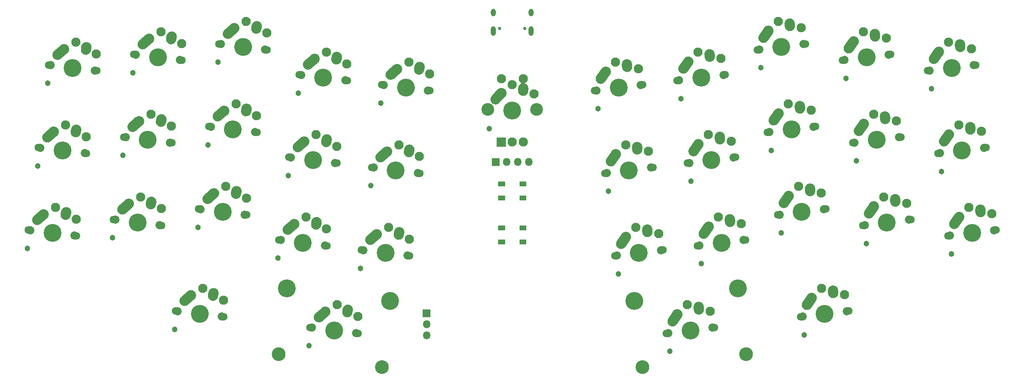
<source format=gbr>
G04 #@! TF.GenerationSoftware,KiCad,Pcbnew,(5.1.10-1-10_14)*
G04 #@! TF.CreationDate,2021-09-21T06:26:05-05:00*
G04 #@! TF.ProjectId,LeChiffre,4c654368-6966-4667-9265-2e6b69636164,rev?*
G04 #@! TF.SameCoordinates,Original*
G04 #@! TF.FileFunction,Soldermask,Top*
G04 #@! TF.FilePolarity,Negative*
%FSLAX46Y46*%
G04 Gerber Fmt 4.6, Leading zero omitted, Abs format (unit mm)*
G04 Created by KiCad (PCBNEW (5.1.10-1-10_14)) date 2021-09-21 06:26:05*
%MOMM*%
%LPD*%
G01*
G04 APERTURE LIST*
%ADD10C,2.102000*%
%ADD11C,2.902000*%
%ADD12C,1.302000*%
%ADD13C,1.802000*%
%ADD14C,1.852000*%
%ADD15C,2.352000*%
%ADD16C,4.089800*%
%ADD17O,1.802000X1.802000*%
%ADD18C,3.150000*%
%ADD19C,0.752000*%
%ADD20O,1.102000X2.202000*%
%ADD21O,1.102000X1.702000*%
%ADD22C,0.100000*%
G04 APERTURE END LIST*
G36*
G01*
X136565000Y-68491000D02*
X134565000Y-68491000D01*
G75*
G02*
X134514000Y-68440000I0J51000D01*
G01*
X134514000Y-66440000D01*
G75*
G02*
X134565000Y-66389000I51000J0D01*
G01*
X136565000Y-66389000D01*
G75*
G02*
X136616000Y-66440000I0J-51000D01*
G01*
X136616000Y-68440000D01*
G75*
G02*
X136565000Y-68491000I-51000J0D01*
G01*
G37*
D10*
X138065000Y-67440000D03*
X140565000Y-67440000D03*
D11*
X132465000Y-59940000D03*
X143665000Y-59940000D03*
D10*
X135565000Y-52940000D03*
X140565000Y-52940000D03*
D12*
X132845000Y-64390000D03*
D13*
X143565000Y-60190000D03*
X132565000Y-60190000D03*
D10*
X138065000Y-54290000D03*
X143065000Y-56390000D03*
D14*
X143145000Y-60190000D03*
X132985000Y-60190000D03*
D15*
X135565000Y-56190000D03*
D16*
X138065000Y-60190000D03*
G36*
G01*
X133469629Y-58525310D02*
X133469629Y-58525310D01*
G75*
G02*
X133379690Y-56864629I785371J875310D01*
G01*
X134689680Y-55404621D01*
G75*
G02*
X136350361Y-55314682I875310J-785371D01*
G01*
X136350361Y-55314682D01*
G75*
G02*
X136440300Y-56975363I-785371J-875310D01*
G01*
X135130310Y-58435371D01*
G75*
G02*
X133469629Y-58525310I-875310J785371D01*
G01*
G37*
D15*
X140605000Y-55110000D03*
G36*
G01*
X140485014Y-56863277D02*
X140485014Y-56863277D01*
G75*
G02*
X139391723Y-55610014I79986J1173277D01*
G01*
X139431265Y-55029982D01*
G75*
G02*
X140684528Y-53936691I1173277J-79986D01*
G01*
X140684528Y-53936691D01*
G75*
G02*
X141777819Y-55189954I-79986J-1173277D01*
G01*
X141738277Y-55769986D01*
G75*
G02*
X140485014Y-56863277I-1173277J79986D01*
G01*
G37*
G36*
G01*
X134814000Y-87570000D02*
X134814000Y-86570000D01*
G75*
G02*
X134865000Y-86519000I51000J0D01*
G01*
X136365000Y-86519000D01*
G75*
G02*
X136416000Y-86570000I0J-51000D01*
G01*
X136416000Y-87570000D01*
G75*
G02*
X136365000Y-87621000I-51000J0D01*
G01*
X134865000Y-87621000D01*
G75*
G02*
X134814000Y-87570000I0J51000D01*
G01*
G37*
G36*
G01*
X134814000Y-90770000D02*
X134814000Y-89770000D01*
G75*
G02*
X134865000Y-89719000I51000J0D01*
G01*
X136365000Y-89719000D01*
G75*
G02*
X136416000Y-89770000I0J-51000D01*
G01*
X136416000Y-90770000D01*
G75*
G02*
X136365000Y-90821000I-51000J0D01*
G01*
X134865000Y-90821000D01*
G75*
G02*
X134814000Y-90770000I0J51000D01*
G01*
G37*
G36*
G01*
X139714000Y-87570000D02*
X139714000Y-86570000D01*
G75*
G02*
X139765000Y-86519000I51000J0D01*
G01*
X141265000Y-86519000D01*
G75*
G02*
X141316000Y-86570000I0J-51000D01*
G01*
X141316000Y-87570000D01*
G75*
G02*
X141265000Y-87621000I-51000J0D01*
G01*
X139765000Y-87621000D01*
G75*
G02*
X139714000Y-87570000I0J51000D01*
G01*
G37*
G36*
G01*
X139714000Y-90770000D02*
X139714000Y-89770000D01*
G75*
G02*
X139765000Y-89719000I51000J0D01*
G01*
X141265000Y-89719000D01*
G75*
G02*
X141316000Y-89770000I0J-51000D01*
G01*
X141316000Y-90770000D01*
G75*
G02*
X141265000Y-90821000I-51000J0D01*
G01*
X139765000Y-90821000D01*
G75*
G02*
X139714000Y-90770000I0J51000D01*
G01*
G37*
G36*
G01*
X134814000Y-77540000D02*
X134814000Y-76540000D01*
G75*
G02*
X134865000Y-76489000I51000J0D01*
G01*
X136365000Y-76489000D01*
G75*
G02*
X136416000Y-76540000I0J-51000D01*
G01*
X136416000Y-77540000D01*
G75*
G02*
X136365000Y-77591000I-51000J0D01*
G01*
X134865000Y-77591000D01*
G75*
G02*
X134814000Y-77540000I0J51000D01*
G01*
G37*
G36*
G01*
X134814000Y-80740000D02*
X134814000Y-79740000D01*
G75*
G02*
X134865000Y-79689000I51000J0D01*
G01*
X136365000Y-79689000D01*
G75*
G02*
X136416000Y-79740000I0J-51000D01*
G01*
X136416000Y-80740000D01*
G75*
G02*
X136365000Y-80791000I-51000J0D01*
G01*
X134865000Y-80791000D01*
G75*
G02*
X134814000Y-80740000I0J51000D01*
G01*
G37*
G36*
G01*
X139714000Y-77540000D02*
X139714000Y-76540000D01*
G75*
G02*
X139765000Y-76489000I51000J0D01*
G01*
X141265000Y-76489000D01*
G75*
G02*
X141316000Y-76540000I0J-51000D01*
G01*
X141316000Y-77540000D01*
G75*
G02*
X141265000Y-77591000I-51000J0D01*
G01*
X139765000Y-77591000D01*
G75*
G02*
X139714000Y-77540000I0J51000D01*
G01*
G37*
G36*
G01*
X139714000Y-80740000D02*
X139714000Y-79740000D01*
G75*
G02*
X139765000Y-79689000I51000J0D01*
G01*
X141265000Y-79689000D01*
G75*
G02*
X141316000Y-79740000I0J-51000D01*
G01*
X141316000Y-80740000D01*
G75*
G02*
X141265000Y-80791000I-51000J0D01*
G01*
X139765000Y-80791000D01*
G75*
G02*
X139714000Y-80740000I0J51000D01*
G01*
G37*
D12*
X157742537Y-59793318D03*
D13*
X167870781Y-54318185D03*
X156952773Y-55658747D03*
D10*
X161692748Y-49132444D03*
X166911404Y-50607444D03*
D14*
X167453911Y-54369370D03*
X157369643Y-55607562D03*
D15*
X159442934Y-51322955D03*
D16*
X162411777Y-54988466D03*
G36*
G01*
X157647784Y-53896220D02*
X157647784Y-53896220D01*
G75*
G02*
X157356129Y-52258877I672844J964499D01*
G01*
X158478425Y-50650103D01*
G75*
G02*
X160115768Y-50358448I964499J-672844D01*
G01*
X160115768Y-50358448D01*
G75*
G02*
X160407423Y-51995791I-672844J-964499D01*
G01*
X159285127Y-53604565D01*
G75*
G02*
X157647784Y-53896220I-964499J672844D01*
G01*
G37*
D15*
X164313748Y-49636783D03*
G36*
G01*
X164408327Y-51391614D02*
X164408327Y-51391614D01*
G75*
G02*
X163170451Y-50280932I-63597J1174279D01*
G01*
X163139011Y-49700404D01*
G75*
G02*
X164249693Y-48462528I1174279J63597D01*
G01*
X164249693Y-48462528D01*
G75*
G02*
X165487569Y-49573210I63597J-1174279D01*
G01*
X165519009Y-50153738D01*
G75*
G02*
X164408327Y-51391614I-1174279J-63597D01*
G01*
G37*
D17*
X118470000Y-111720000D03*
X118470000Y-109180000D03*
G36*
G01*
X117569000Y-107490000D02*
X117569000Y-105790000D01*
G75*
G02*
X117620000Y-105739000I51000J0D01*
G01*
X119320000Y-105739000D01*
G75*
G02*
X119371000Y-105790000I0J-51000D01*
G01*
X119371000Y-107490000D01*
G75*
G02*
X119320000Y-107541000I-51000J0D01*
G01*
X117620000Y-107541000D01*
G75*
G02*
X117569000Y-107490000I0J51000D01*
G01*
G37*
D18*
X167832853Y-118939484D03*
D16*
X165975565Y-103813081D03*
D18*
X191530885Y-116029732D03*
D16*
X189673597Y-100903328D03*
D12*
X174161372Y-115356525D03*
D13*
X184289616Y-109881392D03*
X173371608Y-111221954D03*
D10*
X178111583Y-104695651D03*
X183330239Y-106170651D03*
D14*
X183872746Y-109932577D03*
X173788478Y-111170769D03*
D15*
X175861769Y-106886162D03*
D16*
X178830612Y-110551673D03*
G36*
G01*
X174066619Y-109459427D02*
X174066619Y-109459427D01*
G75*
G02*
X173774964Y-107822084I672844J964499D01*
G01*
X174897260Y-106213310D01*
G75*
G02*
X176534603Y-105921655I964499J-672844D01*
G01*
X176534603Y-105921655D01*
G75*
G02*
X176826258Y-107558998I-672844J-964499D01*
G01*
X175703962Y-109167772D01*
G75*
G02*
X174066619Y-109459427I-964499J672844D01*
G01*
G37*
D15*
X180732583Y-105199990D03*
G36*
G01*
X180827162Y-106954821D02*
X180827162Y-106954821D01*
G75*
G02*
X179589286Y-105844139I-63597J1174279D01*
G01*
X179557846Y-105263611D01*
G75*
G02*
X180668528Y-104025735I1174279J63597D01*
G01*
X180668528Y-104025735D01*
G75*
G02*
X181906404Y-105136417I63597J-1174279D01*
G01*
X181937844Y-105716945D01*
G75*
G02*
X180827162Y-106954821I-1174279J-63597D01*
G01*
G37*
D18*
X84599115Y-116029732D03*
D16*
X86456403Y-100903328D03*
D18*
X108297147Y-118939484D03*
D16*
X110154435Y-103813081D03*
D12*
X91606446Y-114084209D03*
D13*
X102758392Y-111221954D03*
X91840384Y-109881392D03*
D10*
X98018417Y-104695651D03*
X102725222Y-107389344D03*
D14*
X102341522Y-111170769D03*
X92257254Y-109932577D03*
D15*
X95305500Y-106276815D03*
D16*
X97299388Y-110551673D03*
G36*
G01*
X92941144Y-108339357D02*
X92941144Y-108339357D01*
G75*
G02*
X93054262Y-106680093I886191J773073D01*
G01*
X94532418Y-105390615D01*
G75*
G02*
X96191682Y-105503733I773073J-886191D01*
G01*
X96191682Y-105503733D01*
G75*
G02*
X96078564Y-107162997I-886191J-773073D01*
G01*
X94600408Y-108452475D01*
G75*
G02*
X92941144Y-108339357I-773073J886191D01*
G01*
G37*
D15*
X100439551Y-105819087D03*
G36*
G01*
X100106789Y-107544672D02*
X100106789Y-107544672D01*
G75*
G02*
X99174382Y-106167513I222376J1154783D01*
G01*
X99284318Y-105596623D01*
G75*
G02*
X100661477Y-104664216I1154783J-222376D01*
G01*
X100661477Y-104664216D01*
G75*
G02*
X101593884Y-106041375I-222376J-1154783D01*
G01*
X101483948Y-106612265D01*
G75*
G02*
X100106789Y-107544672I-1154783J222376D01*
G01*
G37*
D17*
X141885000Y-72000000D03*
X139345000Y-72000000D03*
X136805000Y-72000000D03*
G36*
G01*
X135115000Y-72901000D02*
X133415000Y-72901000D01*
G75*
G02*
X133364000Y-72850000I0J51000D01*
G01*
X133364000Y-71150000D01*
G75*
G02*
X133415000Y-71099000I51000J0D01*
G01*
X135115000Y-71099000D01*
G75*
G02*
X135166000Y-71150000I0J-51000D01*
G01*
X135166000Y-72850000D01*
G75*
G02*
X135115000Y-72901000I-51000J0D01*
G01*
G37*
D12*
X238598178Y-93049884D03*
D13*
X248726422Y-87574751D03*
X237808414Y-88915313D03*
D10*
X242548389Y-82389010D03*
X247767045Y-83864010D03*
D14*
X248309552Y-87625936D03*
X238225284Y-88864128D03*
D15*
X240298575Y-84579521D03*
D16*
X243267418Y-88245032D03*
G36*
G01*
X238503425Y-87152786D02*
X238503425Y-87152786D01*
G75*
G02*
X238211770Y-85515443I672844J964499D01*
G01*
X239334066Y-83906669D01*
G75*
G02*
X240971409Y-83615014I964499J-672844D01*
G01*
X240971409Y-83615014D01*
G75*
G02*
X241263064Y-85252357I-672844J-964499D01*
G01*
X240140768Y-86861131D01*
G75*
G02*
X238503425Y-87152786I-964499J672844D01*
G01*
G37*
D15*
X245169389Y-82893349D03*
G36*
G01*
X245263968Y-84648180D02*
X245263968Y-84648180D01*
G75*
G02*
X244026092Y-83537498I-63597J1174279D01*
G01*
X243994652Y-82956970D01*
G75*
G02*
X245105334Y-81719094I1174279J63597D01*
G01*
X245105334Y-81719094D01*
G75*
G02*
X246343210Y-82829776I63597J-1174279D01*
G01*
X246374650Y-83410304D01*
G75*
G02*
X245263968Y-84648180I-1174279J-63597D01*
G01*
G37*
D12*
X236276567Y-74141879D03*
D13*
X246404811Y-68666746D03*
X235486803Y-70007308D03*
D10*
X240226778Y-63481005D03*
X245445434Y-64956005D03*
D14*
X245987941Y-68717931D03*
X235903673Y-69956123D03*
D15*
X237976964Y-65671516D03*
D16*
X240945807Y-69337027D03*
G36*
G01*
X236181814Y-68244781D02*
X236181814Y-68244781D01*
G75*
G02*
X235890159Y-66607438I672844J964499D01*
G01*
X237012455Y-64998664D01*
G75*
G02*
X238649798Y-64707009I964499J-672844D01*
G01*
X238649798Y-64707009D01*
G75*
G02*
X238941453Y-66344352I-672844J-964499D01*
G01*
X237819157Y-67953126D01*
G75*
G02*
X236181814Y-68244781I-964499J672844D01*
G01*
G37*
D15*
X242847778Y-63985344D03*
G36*
G01*
X242942357Y-65740175D02*
X242942357Y-65740175D01*
G75*
G02*
X241704481Y-64629493I-63597J1174279D01*
G01*
X241673041Y-64048965D01*
G75*
G02*
X242783723Y-62811089I1174279J63597D01*
G01*
X242783723Y-62811089D01*
G75*
G02*
X244021599Y-63921771I63597J-1174279D01*
G01*
X244053039Y-64502299D01*
G75*
G02*
X242942357Y-65740175I-1174279J-63597D01*
G01*
G37*
D12*
X233954956Y-55233875D03*
D13*
X244083200Y-49758742D03*
X233165192Y-51099304D03*
D10*
X237905167Y-44573001D03*
X243123823Y-46048001D03*
D14*
X243666330Y-49809927D03*
X233582062Y-51048119D03*
D15*
X235655353Y-46763512D03*
D16*
X238624196Y-50429023D03*
G36*
G01*
X233860203Y-49336777D02*
X233860203Y-49336777D01*
G75*
G02*
X233568548Y-47699434I672844J964499D01*
G01*
X234690844Y-46090660D01*
G75*
G02*
X236328187Y-45799005I964499J-672844D01*
G01*
X236328187Y-45799005D01*
G75*
G02*
X236619842Y-47436348I-672844J-964499D01*
G01*
X235497546Y-49045122D01*
G75*
G02*
X233860203Y-49336777I-964499J672844D01*
G01*
G37*
D15*
X240526167Y-45077340D03*
G36*
G01*
X240620746Y-46832171D02*
X240620746Y-46832171D01*
G75*
G02*
X239382870Y-45721489I-63597J1174279D01*
G01*
X239351430Y-45140961D01*
G75*
G02*
X240462112Y-43903085I1174279J63597D01*
G01*
X240462112Y-43903085D01*
G75*
G02*
X241699988Y-45013767I63597J-1174279D01*
G01*
X241731428Y-45594295D01*
G75*
G02*
X240620746Y-46832171I-1174279J-63597D01*
G01*
G37*
D12*
X219109771Y-90644494D03*
D13*
X229238015Y-85169361D03*
X218320007Y-86509923D03*
D10*
X223059982Y-79983620D03*
X228278638Y-81458620D03*
D14*
X228821145Y-85220546D03*
X218736877Y-86458738D03*
D15*
X220810168Y-82174131D03*
D16*
X223779011Y-85839642D03*
G36*
G01*
X219015018Y-84747396D02*
X219015018Y-84747396D01*
G75*
G02*
X218723363Y-83110053I672844J964499D01*
G01*
X219845659Y-81501279D01*
G75*
G02*
X221483002Y-81209624I964499J-672844D01*
G01*
X221483002Y-81209624D01*
G75*
G02*
X221774657Y-82846967I-672844J-964499D01*
G01*
X220652361Y-84455741D01*
G75*
G02*
X219015018Y-84747396I-964499J672844D01*
G01*
G37*
D15*
X225680982Y-80487959D03*
G36*
G01*
X225775561Y-82242790D02*
X225775561Y-82242790D01*
G75*
G02*
X224537685Y-81132108I-63597J1174279D01*
G01*
X224506245Y-80551580D01*
G75*
G02*
X225616927Y-79313704I1174279J63597D01*
G01*
X225616927Y-79313704D01*
G75*
G02*
X226854803Y-80424386I63597J-1174279D01*
G01*
X226886243Y-81004914D01*
G75*
G02*
X225775561Y-82242790I-1174279J-63597D01*
G01*
G37*
D12*
X216788160Y-71736489D03*
D13*
X226916404Y-66261356D03*
X215998396Y-67601918D03*
D10*
X220738371Y-61075615D03*
X225957027Y-62550615D03*
D14*
X226499534Y-66312541D03*
X216415266Y-67550733D03*
D15*
X218488557Y-63266126D03*
D16*
X221457400Y-66931637D03*
G36*
G01*
X216693407Y-65839391D02*
X216693407Y-65839391D01*
G75*
G02*
X216401752Y-64202048I672844J964499D01*
G01*
X217524048Y-62593274D01*
G75*
G02*
X219161391Y-62301619I964499J-672844D01*
G01*
X219161391Y-62301619D01*
G75*
G02*
X219453046Y-63938962I-672844J-964499D01*
G01*
X218330750Y-65547736D01*
G75*
G02*
X216693407Y-65839391I-964499J672844D01*
G01*
G37*
D15*
X223359371Y-61579954D03*
G36*
G01*
X223453950Y-63334785D02*
X223453950Y-63334785D01*
G75*
G02*
X222216074Y-62224103I-63597J1174279D01*
G01*
X222184634Y-61643575D01*
G75*
G02*
X223295316Y-60405699I1174279J63597D01*
G01*
X223295316Y-60405699D01*
G75*
G02*
X224533192Y-61516381I63597J-1174279D01*
G01*
X224564632Y-62096909D01*
G75*
G02*
X223453950Y-63334785I-1174279J-63597D01*
G01*
G37*
D12*
X214466549Y-52828485D03*
D13*
X224594793Y-47353352D03*
X213676785Y-48693914D03*
D10*
X218416760Y-42167611D03*
X223635416Y-43642611D03*
D14*
X224177923Y-47404537D03*
X214093655Y-48642729D03*
D15*
X216166946Y-44358122D03*
D16*
X219135789Y-48023633D03*
G36*
G01*
X214371796Y-46931387D02*
X214371796Y-46931387D01*
G75*
G02*
X214080141Y-45294044I672844J964499D01*
G01*
X215202437Y-43685270D01*
G75*
G02*
X216839780Y-43393615I964499J-672844D01*
G01*
X216839780Y-43393615D01*
G75*
G02*
X217131435Y-45030958I-672844J-964499D01*
G01*
X216009139Y-46639732D01*
G75*
G02*
X214371796Y-46931387I-964499J672844D01*
G01*
G37*
D15*
X221037760Y-42671950D03*
G36*
G01*
X221132339Y-44426781D02*
X221132339Y-44426781D01*
G75*
G02*
X219894463Y-43316099I-63597J1174279D01*
G01*
X219863023Y-42735571D01*
G75*
G02*
X220973705Y-41497695I1174279J63597D01*
G01*
X220973705Y-41497695D01*
G75*
G02*
X222211581Y-42608377I63597J-1174279D01*
G01*
X222243021Y-43188905D01*
G75*
G02*
X221132339Y-44426781I-1174279J-63597D01*
G01*
G37*
D12*
X199621364Y-88239104D03*
D13*
X209749608Y-82763971D03*
X198831600Y-84104533D03*
D10*
X203571575Y-77578230D03*
X208790231Y-79053230D03*
D14*
X209332738Y-82815156D03*
X199248470Y-84053348D03*
D15*
X201321761Y-79768741D03*
D16*
X204290604Y-83434252D03*
G36*
G01*
X199526611Y-82342006D02*
X199526611Y-82342006D01*
G75*
G02*
X199234956Y-80704663I672844J964499D01*
G01*
X200357252Y-79095889D01*
G75*
G02*
X201994595Y-78804234I964499J-672844D01*
G01*
X201994595Y-78804234D01*
G75*
G02*
X202286250Y-80441577I-672844J-964499D01*
G01*
X201163954Y-82050351D01*
G75*
G02*
X199526611Y-82342006I-964499J672844D01*
G01*
G37*
D15*
X206192575Y-78082569D03*
G36*
G01*
X206287154Y-79837400D02*
X206287154Y-79837400D01*
G75*
G02*
X205049278Y-78726718I-63597J1174279D01*
G01*
X205017838Y-78146190D01*
G75*
G02*
X206128520Y-76908314I1174279J63597D01*
G01*
X206128520Y-76908314D01*
G75*
G02*
X207366396Y-78018996I63597J-1174279D01*
G01*
X207397836Y-78599524D01*
G75*
G02*
X206287154Y-79837400I-1174279J-63597D01*
G01*
G37*
D12*
X197299753Y-69331099D03*
D13*
X207427997Y-63855966D03*
X196509989Y-65196528D03*
D10*
X201249964Y-58670225D03*
X206468620Y-60145225D03*
D14*
X207011127Y-63907151D03*
X196926859Y-65145343D03*
D15*
X199000150Y-60860736D03*
D16*
X201968993Y-64526247D03*
G36*
G01*
X197205000Y-63434001D02*
X197205000Y-63434001D01*
G75*
G02*
X196913345Y-61796658I672844J964499D01*
G01*
X198035641Y-60187884D01*
G75*
G02*
X199672984Y-59896229I964499J-672844D01*
G01*
X199672984Y-59896229D01*
G75*
G02*
X199964639Y-61533572I-672844J-964499D01*
G01*
X198842343Y-63142346D01*
G75*
G02*
X197205000Y-63434001I-964499J672844D01*
G01*
G37*
D15*
X203870964Y-59174564D03*
G36*
G01*
X203965543Y-60929395D02*
X203965543Y-60929395D01*
G75*
G02*
X202727667Y-59818713I-63597J1174279D01*
G01*
X202696227Y-59238185D01*
G75*
G02*
X203806909Y-58000309I1174279J63597D01*
G01*
X203806909Y-58000309D01*
G75*
G02*
X205044785Y-59110991I63597J-1174279D01*
G01*
X205076225Y-59691519D01*
G75*
G02*
X203965543Y-60929395I-1174279J-63597D01*
G01*
G37*
D12*
X194978142Y-50423095D03*
D13*
X205106386Y-44947962D03*
X194188378Y-46288524D03*
D10*
X198928353Y-39762221D03*
X204147009Y-41237221D03*
D14*
X204689516Y-44999147D03*
X194605248Y-46237339D03*
D15*
X196678539Y-41952732D03*
D16*
X199647382Y-45618243D03*
G36*
G01*
X194883389Y-44525997D02*
X194883389Y-44525997D01*
G75*
G02*
X194591734Y-42888654I672844J964499D01*
G01*
X195714030Y-41279880D01*
G75*
G02*
X197351373Y-40988225I964499J-672844D01*
G01*
X197351373Y-40988225D01*
G75*
G02*
X197643028Y-42625568I-672844J-964499D01*
G01*
X196520732Y-44234342D01*
G75*
G02*
X194883389Y-44525997I-964499J672844D01*
G01*
G37*
D15*
X201549353Y-40266560D03*
G36*
G01*
X201643932Y-42021391D02*
X201643932Y-42021391D01*
G75*
G02*
X200406056Y-40910709I-63597J1174279D01*
G01*
X200374616Y-40330181D01*
G75*
G02*
X201485298Y-39092305I1174279J63597D01*
G01*
X201485298Y-39092305D01*
G75*
G02*
X202723174Y-40202987I63597J-1174279D01*
G01*
X202754614Y-40783515D01*
G75*
G02*
X201643932Y-42021391I-1174279J-63597D01*
G01*
G37*
D12*
X204886631Y-111583938D03*
D13*
X215014875Y-106108805D03*
X204096867Y-107449367D03*
D10*
X208836842Y-100923064D03*
X214055498Y-102398064D03*
D14*
X214598005Y-106159990D03*
X204513737Y-107398182D03*
D15*
X206587028Y-103113575D03*
D16*
X209555871Y-106779086D03*
G36*
G01*
X204791878Y-105686840D02*
X204791878Y-105686840D01*
G75*
G02*
X204500223Y-104049497I672844J964499D01*
G01*
X205622519Y-102440723D01*
G75*
G02*
X207259862Y-102149068I964499J-672844D01*
G01*
X207259862Y-102149068D01*
G75*
G02*
X207551517Y-103786411I-672844J-964499D01*
G01*
X206429221Y-105395185D01*
G75*
G02*
X204791878Y-105686840I-964499J672844D01*
G01*
G37*
D15*
X211457842Y-101427403D03*
G36*
G01*
X211552421Y-103182234D02*
X211552421Y-103182234D01*
G75*
G02*
X210314545Y-102071552I-63597J1174279D01*
G01*
X210283105Y-101491024D01*
G75*
G02*
X211393787Y-100253148I1174279J63597D01*
G01*
X211393787Y-100253148D01*
G75*
G02*
X212631663Y-101363830I63597J-1174279D01*
G01*
X212663103Y-101944358D01*
G75*
G02*
X211552421Y-103182234I-1174279J-63597D01*
G01*
G37*
D12*
X181293763Y-95287716D03*
D13*
X191422007Y-89812583D03*
X180503999Y-91153145D03*
D10*
X185243974Y-84626842D03*
X190462630Y-86101842D03*
D14*
X191005137Y-89863768D03*
X180920869Y-91101960D03*
D15*
X182994160Y-86817353D03*
D16*
X185963003Y-90482864D03*
G36*
G01*
X181199010Y-89390618D02*
X181199010Y-89390618D01*
G75*
G02*
X180907355Y-87753275I672844J964499D01*
G01*
X182029651Y-86144501D01*
G75*
G02*
X183666994Y-85852846I964499J-672844D01*
G01*
X183666994Y-85852846D01*
G75*
G02*
X183958649Y-87490189I-672844J-964499D01*
G01*
X182836353Y-89098963D01*
G75*
G02*
X181199010Y-89390618I-964499J672844D01*
G01*
G37*
D15*
X187864974Y-85131181D03*
G36*
G01*
X187959553Y-86886012D02*
X187959553Y-86886012D01*
G75*
G02*
X186721677Y-85775330I-63597J1174279D01*
G01*
X186690237Y-85194802D01*
G75*
G02*
X187800919Y-83956926I1174279J63597D01*
G01*
X187800919Y-83956926D01*
G75*
G02*
X189038795Y-85067608I63597J-1174279D01*
G01*
X189070235Y-85648136D01*
G75*
G02*
X187959553Y-86886012I-1174279J-63597D01*
G01*
G37*
D12*
X178972152Y-76379711D03*
D13*
X189100396Y-70904578D03*
X178182388Y-72245140D03*
D10*
X182922363Y-65718837D03*
X188141019Y-67193837D03*
D14*
X188683526Y-70955763D03*
X178599258Y-72193955D03*
D15*
X180672549Y-67909348D03*
D16*
X183641392Y-71574859D03*
G36*
G01*
X178877399Y-70482613D02*
X178877399Y-70482613D01*
G75*
G02*
X178585744Y-68845270I672844J964499D01*
G01*
X179708040Y-67236496D01*
G75*
G02*
X181345383Y-66944841I964499J-672844D01*
G01*
X181345383Y-66944841D01*
G75*
G02*
X181637038Y-68582184I-672844J-964499D01*
G01*
X180514742Y-70190958D01*
G75*
G02*
X178877399Y-70482613I-964499J672844D01*
G01*
G37*
D15*
X185543363Y-66223176D03*
G36*
G01*
X185637942Y-67978007D02*
X185637942Y-67978007D01*
G75*
G02*
X184400066Y-66867325I-63597J1174279D01*
G01*
X184368626Y-66286797D01*
G75*
G02*
X185479308Y-65048921I1174279J63597D01*
G01*
X185479308Y-65048921D01*
G75*
G02*
X186717184Y-66159603I63597J-1174279D01*
G01*
X186748624Y-66740131D01*
G75*
G02*
X185637942Y-67978007I-1174279J-63597D01*
G01*
G37*
D12*
X176650541Y-57471707D03*
D13*
X186778785Y-51996574D03*
X175860777Y-53337136D03*
D10*
X180600752Y-46810833D03*
X185819408Y-48285833D03*
D14*
X186361915Y-52047759D03*
X176277647Y-53285951D03*
D15*
X178350938Y-49001344D03*
D16*
X181319781Y-52666855D03*
G36*
G01*
X176555788Y-51574609D02*
X176555788Y-51574609D01*
G75*
G02*
X176264133Y-49937266I672844J964499D01*
G01*
X177386429Y-48328492D01*
G75*
G02*
X179023772Y-48036837I964499J-672844D01*
G01*
X179023772Y-48036837D01*
G75*
G02*
X179315427Y-49674180I-672844J-964499D01*
G01*
X178193131Y-51282954D01*
G75*
G02*
X176555788Y-51574609I-964499J672844D01*
G01*
G37*
D15*
X183221752Y-47315172D03*
G36*
G01*
X183316331Y-49070003D02*
X183316331Y-49070003D01*
G75*
G02*
X182078455Y-47959321I-63597J1174279D01*
G01*
X182047015Y-47378793D01*
G75*
G02*
X183157697Y-46140917I1174279J63597D01*
G01*
X183157697Y-46140917D01*
G75*
G02*
X184395573Y-47251599I63597J-1174279D01*
G01*
X184427013Y-47832127D01*
G75*
G02*
X183316331Y-49070003I-1174279J-63597D01*
G01*
G37*
D12*
X162385758Y-97609327D03*
D13*
X172514002Y-92134194D03*
X161595994Y-93474756D03*
D10*
X166335969Y-86948453D03*
X171554625Y-88423453D03*
D14*
X172097132Y-92185379D03*
X162012864Y-93423571D03*
D15*
X164086155Y-89138964D03*
D16*
X167054998Y-92804475D03*
G36*
G01*
X162291005Y-91712229D02*
X162291005Y-91712229D01*
G75*
G02*
X161999350Y-90074886I672844J964499D01*
G01*
X163121646Y-88466112D01*
G75*
G02*
X164758989Y-88174457I964499J-672844D01*
G01*
X164758989Y-88174457D01*
G75*
G02*
X165050644Y-89811800I-672844J-964499D01*
G01*
X163928348Y-91420574D01*
G75*
G02*
X162291005Y-91712229I-964499J672844D01*
G01*
G37*
D15*
X168956969Y-87452792D03*
G36*
G01*
X169051548Y-89207623D02*
X169051548Y-89207623D01*
G75*
G02*
X167813672Y-88096941I-63597J1174279D01*
G01*
X167782232Y-87516413D01*
G75*
G02*
X168892914Y-86278537I1174279J63597D01*
G01*
X168892914Y-86278537D01*
G75*
G02*
X170130790Y-87389219I63597J-1174279D01*
G01*
X170162230Y-87969747D01*
G75*
G02*
X169051548Y-89207623I-1174279J-63597D01*
G01*
G37*
D12*
X160064148Y-78701322D03*
D13*
X170192392Y-73226189D03*
X159274384Y-74566751D03*
D10*
X164014359Y-68040448D03*
X169233015Y-69515448D03*
D14*
X169775522Y-73277374D03*
X159691254Y-74515566D03*
D15*
X161764545Y-70230959D03*
D16*
X164733388Y-73896470D03*
G36*
G01*
X159969395Y-72804224D02*
X159969395Y-72804224D01*
G75*
G02*
X159677740Y-71166881I672844J964499D01*
G01*
X160800036Y-69558107D01*
G75*
G02*
X162437379Y-69266452I964499J-672844D01*
G01*
X162437379Y-69266452D01*
G75*
G02*
X162729034Y-70903795I-672844J-964499D01*
G01*
X161606738Y-72512569D01*
G75*
G02*
X159969395Y-72804224I-964499J672844D01*
G01*
G37*
D15*
X166635359Y-68544787D03*
G36*
G01*
X166729938Y-70299618D02*
X166729938Y-70299618D01*
G75*
G02*
X165492062Y-69188936I-63597J1174279D01*
G01*
X165460622Y-68608408D01*
G75*
G02*
X166571304Y-67370532I1174279J63597D01*
G01*
X166571304Y-67370532D01*
G75*
G02*
X167809180Y-68481214I63597J-1174279D01*
G01*
X167840620Y-69061742D01*
G75*
G02*
X166729938Y-70299618I-1174279J-63597D01*
G01*
G37*
D12*
X103382060Y-96337011D03*
D13*
X114534006Y-93474756D03*
X103615998Y-92134194D03*
D10*
X109794031Y-86948453D03*
X114500836Y-89642146D03*
D14*
X114117136Y-93423571D03*
X104032868Y-92185379D03*
D15*
X107081114Y-88529617D03*
D16*
X109075002Y-92804475D03*
G36*
G01*
X104716758Y-90592159D02*
X104716758Y-90592159D01*
G75*
G02*
X104829876Y-88932895I886191J773073D01*
G01*
X106308032Y-87643417D01*
G75*
G02*
X107967296Y-87756535I773073J-886191D01*
G01*
X107967296Y-87756535D01*
G75*
G02*
X107854178Y-89415799I-886191J-773073D01*
G01*
X106376022Y-90705277D01*
G75*
G02*
X104716758Y-90592159I-773073J886191D01*
G01*
G37*
D15*
X112215165Y-88071889D03*
G36*
G01*
X111882403Y-89797474D02*
X111882403Y-89797474D01*
G75*
G02*
X110949996Y-88420315I222376J1154783D01*
G01*
X111059932Y-87849425D01*
G75*
G02*
X112437091Y-86917018I1154783J-222376D01*
G01*
X112437091Y-86917018D01*
G75*
G02*
X113369498Y-88294177I-222376J-1154783D01*
G01*
X113259562Y-88865067D01*
G75*
G02*
X111882403Y-89797474I-1154783J222376D01*
G01*
G37*
D12*
X105703670Y-77429006D03*
D13*
X116855616Y-74566751D03*
X105937608Y-73226189D03*
D10*
X112115641Y-68040448D03*
X116822446Y-70734141D03*
D14*
X116438746Y-74515566D03*
X106354478Y-73277374D03*
D15*
X109402724Y-69621612D03*
D16*
X111396612Y-73896470D03*
G36*
G01*
X107038368Y-71684154D02*
X107038368Y-71684154D01*
G75*
G02*
X107151486Y-70024890I886191J773073D01*
G01*
X108629642Y-68735412D01*
G75*
G02*
X110288906Y-68848530I773073J-886191D01*
G01*
X110288906Y-68848530D01*
G75*
G02*
X110175788Y-70507794I-886191J-773073D01*
G01*
X108697632Y-71797272D01*
G75*
G02*
X107038368Y-71684154I-773073J886191D01*
G01*
G37*
D15*
X114536775Y-69163884D03*
G36*
G01*
X114204013Y-70889469D02*
X114204013Y-70889469D01*
G75*
G02*
X113271606Y-69512310I222376J1154783D01*
G01*
X113381542Y-68941420D01*
G75*
G02*
X114758701Y-68009013I1154783J-222376D01*
G01*
X114758701Y-68009013D01*
G75*
G02*
X115691108Y-69386172I-222376J-1154783D01*
G01*
X115581172Y-69957062D01*
G75*
G02*
X114204013Y-70889469I-1154783J222376D01*
G01*
G37*
D12*
X108025281Y-58521002D03*
D13*
X119177227Y-55658747D03*
X108259219Y-54318185D03*
D10*
X114437252Y-49132444D03*
X119144057Y-51826137D03*
D14*
X118760357Y-55607562D03*
X108676089Y-54369370D03*
D15*
X111724335Y-50713608D03*
D16*
X113718223Y-54988466D03*
G36*
G01*
X109359979Y-52776150D02*
X109359979Y-52776150D01*
G75*
G02*
X109473097Y-51116886I886191J773073D01*
G01*
X110951253Y-49827408D01*
G75*
G02*
X112610517Y-49940526I773073J-886191D01*
G01*
X112610517Y-49940526D01*
G75*
G02*
X112497399Y-51599790I-886191J-773073D01*
G01*
X111019243Y-52889268D01*
G75*
G02*
X109359979Y-52776150I-773073J886191D01*
G01*
G37*
D15*
X116858386Y-50255880D03*
G36*
G01*
X116525624Y-51981465D02*
X116525624Y-51981465D01*
G75*
G02*
X115593217Y-50604306I222376J1154783D01*
G01*
X115703153Y-50033416D01*
G75*
G02*
X117080312Y-49101009I1154783J-222376D01*
G01*
X117080312Y-49101009D01*
G75*
G02*
X118012719Y-50478168I-222376J-1154783D01*
G01*
X117902783Y-51049058D01*
G75*
G02*
X116525624Y-51981465I-1154783J222376D01*
G01*
G37*
D12*
X60881187Y-110311622D03*
D13*
X72033133Y-107449367D03*
X61115125Y-106108805D03*
D10*
X67293158Y-100923064D03*
X71999963Y-103616757D03*
D14*
X71616263Y-107398182D03*
X61531995Y-106159990D03*
D15*
X64580241Y-102504228D03*
D16*
X66574129Y-106779086D03*
G36*
G01*
X62215885Y-104566770D02*
X62215885Y-104566770D01*
G75*
G02*
X62329003Y-102907506I886191J773073D01*
G01*
X63807159Y-101618028D01*
G75*
G02*
X65466423Y-101731146I773073J-886191D01*
G01*
X65466423Y-101731146D01*
G75*
G02*
X65353305Y-103390410I-886191J-773073D01*
G01*
X63875149Y-104679888D01*
G75*
G02*
X62215885Y-104566770I-773073J886191D01*
G01*
G37*
D15*
X69714292Y-102046500D03*
G36*
G01*
X69381530Y-103772085D02*
X69381530Y-103772085D01*
G75*
G02*
X68449123Y-102394926I222376J1154783D01*
G01*
X68559059Y-101824036D01*
G75*
G02*
X69936218Y-100891629I1154783J-222376D01*
G01*
X69936218Y-100891629D01*
G75*
G02*
X70868625Y-102268788I-222376J-1154783D01*
G01*
X70758689Y-102839678D01*
G75*
G02*
X69381530Y-103772085I-1154783J222376D01*
G01*
G37*
D12*
X84474055Y-94015400D03*
D13*
X95626001Y-91153145D03*
X84707993Y-89812583D03*
D10*
X90886026Y-84626842D03*
X95592831Y-87320535D03*
D14*
X95209131Y-91101960D03*
X85124863Y-89863768D03*
D15*
X88173109Y-86208006D03*
D16*
X90166997Y-90482864D03*
G36*
G01*
X85808753Y-88270548D02*
X85808753Y-88270548D01*
G75*
G02*
X85921871Y-86611284I886191J773073D01*
G01*
X87400027Y-85321806D01*
G75*
G02*
X89059291Y-85434924I773073J-886191D01*
G01*
X89059291Y-85434924D01*
G75*
G02*
X88946173Y-87094188I-886191J-773073D01*
G01*
X87468017Y-88383666D01*
G75*
G02*
X85808753Y-88270548I-773073J886191D01*
G01*
G37*
D15*
X93307160Y-85750278D03*
G36*
G01*
X92974398Y-87475863D02*
X92974398Y-87475863D01*
G75*
G02*
X92041991Y-86098704I222376J1154783D01*
G01*
X92151927Y-85527814D01*
G75*
G02*
X93529086Y-84595407I1154783J-222376D01*
G01*
X93529086Y-84595407D01*
G75*
G02*
X94461493Y-85972566I-222376J-1154783D01*
G01*
X94351557Y-86543456D01*
G75*
G02*
X92974398Y-87475863I-1154783J222376D01*
G01*
G37*
D12*
X86795666Y-75107395D03*
D13*
X97947612Y-72245140D03*
X87029604Y-70904578D03*
D10*
X93207637Y-65718837D03*
X97914442Y-68412530D03*
D14*
X97530742Y-72193955D03*
X87446474Y-70955763D03*
D15*
X90494720Y-67300001D03*
D16*
X92488608Y-71574859D03*
G36*
G01*
X88130364Y-69362543D02*
X88130364Y-69362543D01*
G75*
G02*
X88243482Y-67703279I886191J773073D01*
G01*
X89721638Y-66413801D01*
G75*
G02*
X91380902Y-66526919I773073J-886191D01*
G01*
X91380902Y-66526919D01*
G75*
G02*
X91267784Y-68186183I-886191J-773073D01*
G01*
X89789628Y-69475661D01*
G75*
G02*
X88130364Y-69362543I-773073J886191D01*
G01*
G37*
D15*
X95628771Y-66842273D03*
G36*
G01*
X95296009Y-68567858D02*
X95296009Y-68567858D01*
G75*
G02*
X94363602Y-67190699I222376J1154783D01*
G01*
X94473538Y-66619809D01*
G75*
G02*
X95850697Y-65687402I1154783J-222376D01*
G01*
X95850697Y-65687402D01*
G75*
G02*
X96783104Y-67064561I-222376J-1154783D01*
G01*
X96673168Y-67635451D01*
G75*
G02*
X95296009Y-68567858I-1154783J222376D01*
G01*
G37*
D12*
X89117277Y-56199391D03*
D13*
X100269223Y-53337136D03*
X89351215Y-51996574D03*
D10*
X95529248Y-46810833D03*
X100236053Y-49504526D03*
D14*
X99852353Y-53285951D03*
X89768085Y-52047759D03*
D15*
X92816331Y-48391997D03*
D16*
X94810219Y-52666855D03*
G36*
G01*
X90451975Y-50454539D02*
X90451975Y-50454539D01*
G75*
G02*
X90565093Y-48795275I886191J773073D01*
G01*
X92043249Y-47505797D01*
G75*
G02*
X93702513Y-47618915I773073J-886191D01*
G01*
X93702513Y-47618915D01*
G75*
G02*
X93589395Y-49278179I-886191J-773073D01*
G01*
X92111239Y-50567657D01*
G75*
G02*
X90451975Y-50454539I-773073J886191D01*
G01*
G37*
D15*
X97950382Y-47934269D03*
G36*
G01*
X97617620Y-49659854D02*
X97617620Y-49659854D01*
G75*
G02*
X96685213Y-48282695I222376J1154783D01*
G01*
X96795149Y-47711805D01*
G75*
G02*
X98172308Y-46779398I1154783J-222376D01*
G01*
X98172308Y-46779398D01*
G75*
G02*
X99104715Y-48156557I-222376J-1154783D01*
G01*
X98994779Y-48727447D01*
G75*
G02*
X97617620Y-49659854I-1154783J222376D01*
G01*
G37*
D12*
X66146454Y-86966788D03*
D13*
X77298400Y-84104533D03*
X66380392Y-82763971D03*
D10*
X72558425Y-77578230D03*
X77265230Y-80271923D03*
D14*
X76881530Y-84053348D03*
X66797262Y-82815156D03*
D15*
X69845508Y-79159394D03*
D16*
X71839396Y-83434252D03*
G36*
G01*
X67481152Y-81221936D02*
X67481152Y-81221936D01*
G75*
G02*
X67594270Y-79562672I886191J773073D01*
G01*
X69072426Y-78273194D01*
G75*
G02*
X70731690Y-78386312I773073J-886191D01*
G01*
X70731690Y-78386312D01*
G75*
G02*
X70618572Y-80045576I-886191J-773073D01*
G01*
X69140416Y-81335054D01*
G75*
G02*
X67481152Y-81221936I-773073J886191D01*
G01*
G37*
D15*
X74979559Y-78701666D03*
G36*
G01*
X74646797Y-80427251D02*
X74646797Y-80427251D01*
G75*
G02*
X73714390Y-79050092I222376J1154783D01*
G01*
X73824326Y-78479202D01*
G75*
G02*
X75201485Y-77546795I1154783J-222376D01*
G01*
X75201485Y-77546795D01*
G75*
G02*
X76133892Y-78923954I-222376J-1154783D01*
G01*
X76023956Y-79494844D01*
G75*
G02*
X74646797Y-80427251I-1154783J222376D01*
G01*
G37*
D12*
X68468065Y-68058783D03*
D13*
X79620011Y-65196528D03*
X68702003Y-63855966D03*
D10*
X74880036Y-58670225D03*
X79586841Y-61363918D03*
D14*
X79203141Y-65145343D03*
X69118873Y-63907151D03*
D15*
X72167119Y-60251389D03*
D16*
X74161007Y-64526247D03*
G36*
G01*
X69802763Y-62313931D02*
X69802763Y-62313931D01*
G75*
G02*
X69915881Y-60654667I886191J773073D01*
G01*
X71394037Y-59365189D01*
G75*
G02*
X73053301Y-59478307I773073J-886191D01*
G01*
X73053301Y-59478307D01*
G75*
G02*
X72940183Y-61137571I-886191J-773073D01*
G01*
X71462027Y-62427049D01*
G75*
G02*
X69802763Y-62313931I-773073J886191D01*
G01*
G37*
D15*
X77301170Y-59793661D03*
G36*
G01*
X76968408Y-61519246D02*
X76968408Y-61519246D01*
G75*
G02*
X76036001Y-60142087I222376J1154783D01*
G01*
X76145937Y-59571197D01*
G75*
G02*
X77523096Y-58638790I1154783J-222376D01*
G01*
X77523096Y-58638790D01*
G75*
G02*
X78455503Y-60015949I-222376J-1154783D01*
G01*
X78345567Y-60586839D01*
G75*
G02*
X76968408Y-61519246I-1154783J222376D01*
G01*
G37*
D12*
X70789676Y-49150779D03*
D13*
X81941622Y-46288524D03*
X71023614Y-44947962D03*
D10*
X77201647Y-39762221D03*
X81908452Y-42455914D03*
D14*
X81524752Y-46237339D03*
X71440484Y-44999147D03*
D15*
X74488730Y-41343385D03*
D16*
X76482618Y-45618243D03*
G36*
G01*
X72124374Y-43405927D02*
X72124374Y-43405927D01*
G75*
G02*
X72237492Y-41746663I886191J773073D01*
G01*
X73715648Y-40457185D01*
G75*
G02*
X75374912Y-40570303I773073J-886191D01*
G01*
X75374912Y-40570303D01*
G75*
G02*
X75261794Y-42229567I-886191J-773073D01*
G01*
X73783638Y-43519045D01*
G75*
G02*
X72124374Y-43405927I-773073J886191D01*
G01*
G37*
D15*
X79622781Y-40885657D03*
G36*
G01*
X79290019Y-42611242D02*
X79290019Y-42611242D01*
G75*
G02*
X78357612Y-41234083I222376J1154783D01*
G01*
X78467548Y-40663193D01*
G75*
G02*
X79844707Y-39730786I1154783J-222376D01*
G01*
X79844707Y-39730786D01*
G75*
G02*
X80777114Y-41107945I-222376J-1154783D01*
G01*
X80667178Y-41678835D01*
G75*
G02*
X79290019Y-42611242I-1154783J222376D01*
G01*
G37*
D12*
X46658047Y-89372178D03*
D13*
X57809993Y-86509923D03*
X46891985Y-85169361D03*
D10*
X53070018Y-79983620D03*
X57776823Y-82677313D03*
D14*
X57393123Y-86458738D03*
X47308855Y-85220546D03*
D15*
X50357101Y-81564784D03*
D16*
X52350989Y-85839642D03*
G36*
G01*
X47992745Y-83627326D02*
X47992745Y-83627326D01*
G75*
G02*
X48105863Y-81968062I886191J773073D01*
G01*
X49584019Y-80678584D01*
G75*
G02*
X51243283Y-80791702I773073J-886191D01*
G01*
X51243283Y-80791702D01*
G75*
G02*
X51130165Y-82450966I-886191J-773073D01*
G01*
X49652009Y-83740444D01*
G75*
G02*
X47992745Y-83627326I-773073J886191D01*
G01*
G37*
D15*
X55491152Y-81107056D03*
G36*
G01*
X55158390Y-82832641D02*
X55158390Y-82832641D01*
G75*
G02*
X54225983Y-81455482I222376J1154783D01*
G01*
X54335919Y-80884592D01*
G75*
G02*
X55713078Y-79952185I1154783J-222376D01*
G01*
X55713078Y-79952185D01*
G75*
G02*
X56645485Y-81329344I-222376J-1154783D01*
G01*
X56535549Y-81900234D01*
G75*
G02*
X55158390Y-82832641I-1154783J222376D01*
G01*
G37*
D12*
X48979658Y-70464173D03*
D13*
X60131604Y-67601918D03*
X49213596Y-66261356D03*
D10*
X55391629Y-61075615D03*
X60098434Y-63769308D03*
D14*
X59714734Y-67550733D03*
X49630466Y-66312541D03*
D15*
X52678712Y-62656779D03*
D16*
X54672600Y-66931637D03*
G36*
G01*
X50314356Y-64719321D02*
X50314356Y-64719321D01*
G75*
G02*
X50427474Y-63060057I886191J773073D01*
G01*
X51905630Y-61770579D01*
G75*
G02*
X53564894Y-61883697I773073J-886191D01*
G01*
X53564894Y-61883697D01*
G75*
G02*
X53451776Y-63542961I-886191J-773073D01*
G01*
X51973620Y-64832439D01*
G75*
G02*
X50314356Y-64719321I-773073J886191D01*
G01*
G37*
D15*
X57812763Y-62199051D03*
G36*
G01*
X57480001Y-63924636D02*
X57480001Y-63924636D01*
G75*
G02*
X56547594Y-62547477I222376J1154783D01*
G01*
X56657530Y-61976587D01*
G75*
G02*
X58034689Y-61044180I1154783J-222376D01*
G01*
X58034689Y-61044180D01*
G75*
G02*
X58967096Y-62421339I-222376J-1154783D01*
G01*
X58857160Y-62992229D01*
G75*
G02*
X57480001Y-63924636I-1154783J222376D01*
G01*
G37*
D12*
X51301269Y-51556169D03*
D13*
X62453215Y-48693914D03*
X51535207Y-47353352D03*
D10*
X57713240Y-42167611D03*
X62420045Y-44861304D03*
D14*
X62036345Y-48642729D03*
X51952077Y-47404537D03*
D15*
X55000323Y-43748775D03*
D16*
X56994211Y-48023633D03*
G36*
G01*
X52635967Y-45811317D02*
X52635967Y-45811317D01*
G75*
G02*
X52749085Y-44152053I886191J773073D01*
G01*
X54227241Y-42862575D01*
G75*
G02*
X55886505Y-42975693I773073J-886191D01*
G01*
X55886505Y-42975693D01*
G75*
G02*
X55773387Y-44634957I-886191J-773073D01*
G01*
X54295231Y-45924435D01*
G75*
G02*
X52635967Y-45811317I-773073J886191D01*
G01*
G37*
D15*
X60134374Y-43291047D03*
G36*
G01*
X59801612Y-45016632D02*
X59801612Y-45016632D01*
G75*
G02*
X58869205Y-43639473I222376J1154783D01*
G01*
X58979141Y-43068583D01*
G75*
G02*
X60356300Y-42136176I1154783J-222376D01*
G01*
X60356300Y-42136176D01*
G75*
G02*
X61288707Y-43513335I-222376J-1154783D01*
G01*
X61178771Y-44084225D01*
G75*
G02*
X59801612Y-45016632I-1154783J222376D01*
G01*
G37*
D12*
X27169640Y-91777568D03*
D13*
X38321586Y-88915313D03*
X27403578Y-87574751D03*
D10*
X33581611Y-82389010D03*
X38288416Y-85082703D03*
D14*
X37904716Y-88864128D03*
X27820448Y-87625936D03*
D15*
X30868694Y-83970174D03*
D16*
X32862582Y-88245032D03*
G36*
G01*
X28504338Y-86032716D02*
X28504338Y-86032716D01*
G75*
G02*
X28617456Y-84373452I886191J773073D01*
G01*
X30095612Y-83083974D01*
G75*
G02*
X31754876Y-83197092I773073J-886191D01*
G01*
X31754876Y-83197092D01*
G75*
G02*
X31641758Y-84856356I-886191J-773073D01*
G01*
X30163602Y-86145834D01*
G75*
G02*
X28504338Y-86032716I-773073J886191D01*
G01*
G37*
D15*
X36002745Y-83512446D03*
G36*
G01*
X35669983Y-85238031D02*
X35669983Y-85238031D01*
G75*
G02*
X34737576Y-83860872I222376J1154783D01*
G01*
X34847512Y-83289982D01*
G75*
G02*
X36224671Y-82357575I1154783J-222376D01*
G01*
X36224671Y-82357575D01*
G75*
G02*
X37157078Y-83734734I-222376J-1154783D01*
G01*
X37047142Y-84305624D01*
G75*
G02*
X35669983Y-85238031I-1154783J222376D01*
G01*
G37*
D12*
X29491251Y-72869563D03*
D13*
X40643197Y-70007308D03*
X29725189Y-68666746D03*
D10*
X35903222Y-63481005D03*
X40610027Y-66174698D03*
D14*
X40226327Y-69956123D03*
X30142059Y-68717931D03*
D15*
X33190305Y-65062169D03*
D16*
X35184193Y-69337027D03*
G36*
G01*
X30825949Y-67124711D02*
X30825949Y-67124711D01*
G75*
G02*
X30939067Y-65465447I886191J773073D01*
G01*
X32417223Y-64175969D01*
G75*
G02*
X34076487Y-64289087I773073J-886191D01*
G01*
X34076487Y-64289087D01*
G75*
G02*
X33963369Y-65948351I-886191J-773073D01*
G01*
X32485213Y-67237829D01*
G75*
G02*
X30825949Y-67124711I-773073J886191D01*
G01*
G37*
D15*
X38324356Y-64604441D03*
G36*
G01*
X37991594Y-66330026D02*
X37991594Y-66330026D01*
G75*
G02*
X37059187Y-64952867I222376J1154783D01*
G01*
X37169123Y-64381977D01*
G75*
G02*
X38546282Y-63449570I1154783J-222376D01*
G01*
X38546282Y-63449570D01*
G75*
G02*
X39478689Y-64826729I-222376J-1154783D01*
G01*
X39368753Y-65397619D01*
G75*
G02*
X37991594Y-66330026I-1154783J222376D01*
G01*
G37*
D12*
X31812862Y-53961559D03*
D13*
X42964808Y-51099304D03*
X32046800Y-49758742D03*
D10*
X38224833Y-44573001D03*
X42931638Y-47266694D03*
D14*
X42547938Y-51048119D03*
X32463670Y-49809927D03*
D15*
X35511916Y-46154165D03*
D16*
X37505804Y-50429023D03*
G36*
G01*
X33147560Y-48216707D02*
X33147560Y-48216707D01*
G75*
G02*
X33260678Y-46557443I886191J773073D01*
G01*
X34738834Y-45267965D01*
G75*
G02*
X36398098Y-45381083I773073J-886191D01*
G01*
X36398098Y-45381083D01*
G75*
G02*
X36284980Y-47040347I-886191J-773073D01*
G01*
X34806824Y-48329825D01*
G75*
G02*
X33147560Y-48216707I-773073J886191D01*
G01*
G37*
D15*
X40645967Y-45696437D03*
G36*
G01*
X40313205Y-47422022D02*
X40313205Y-47422022D01*
G75*
G02*
X39380798Y-46044863I222376J1154783D01*
G01*
X39490734Y-45473973D01*
G75*
G02*
X40867893Y-44541566I1154783J-222376D01*
G01*
X40867893Y-44541566D01*
G75*
G02*
X41800300Y-45918725I-222376J-1154783D01*
G01*
X41690364Y-46489615D01*
G75*
G02*
X40313205Y-47422022I-1154783J222376D01*
G01*
G37*
D19*
X140955000Y-41450000D03*
X135175000Y-41450000D03*
D20*
X133745000Y-41980000D03*
X142385000Y-41980000D03*
D21*
X133745000Y-37800000D03*
X142385000Y-37800000D03*
D22*
G36*
X140065613Y-53861855D02*
G01*
X140070509Y-53865126D01*
X140260493Y-53943820D01*
X140359597Y-53963533D01*
X140361101Y-53964852D01*
X140360711Y-53966814D01*
X140359656Y-53967444D01*
X140355519Y-53968398D01*
X140355460Y-53968411D01*
X140264207Y-53986562D01*
X140248718Y-53992978D01*
X140248402Y-53993079D01*
X140230087Y-53997299D01*
X140135045Y-54040062D01*
X140134989Y-54040086D01*
X140054253Y-54073528D01*
X140052270Y-54073267D01*
X140051505Y-54071419D01*
X140052377Y-54070017D01*
X140058566Y-54065882D01*
X140077280Y-54050522D01*
X140092575Y-54031885D01*
X140103940Y-54010621D01*
X140110940Y-53987546D01*
X140113302Y-53963555D01*
X140110939Y-53939564D01*
X140103938Y-53916489D01*
X140092573Y-53895225D01*
X140077277Y-53876589D01*
X140063233Y-53865064D01*
X140062529Y-53863192D01*
X140063797Y-53861646D01*
X140065613Y-53861855D01*
G37*
G36*
X141101232Y-53840844D02*
G01*
X141100505Y-53842521D01*
X141086462Y-53854046D01*
X141071166Y-53872683D01*
X141059801Y-53893947D01*
X141052801Y-53917022D01*
X141050438Y-53941013D01*
X141052801Y-53965004D01*
X141059801Y-53988079D01*
X141071166Y-54009343D01*
X141086461Y-54027979D01*
X141105087Y-54043265D01*
X141125277Y-54053669D01*
X141126359Y-54055351D01*
X141125443Y-54057129D01*
X141123652Y-54057317D01*
X141039995Y-54025581D01*
X141039939Y-54025559D01*
X140945793Y-53986562D01*
X140927766Y-53982976D01*
X140927447Y-53982884D01*
X140911357Y-53976780D01*
X140817189Y-53960979D01*
X140817130Y-53960969D01*
X140810075Y-53959566D01*
X140808571Y-53958247D01*
X140808961Y-53956285D01*
X140810075Y-53955642D01*
X140869507Y-53943820D01*
X141059491Y-53865126D01*
X141098125Y-53839312D01*
X141100121Y-53839181D01*
X141101232Y-53840844D01*
G37*
M02*

</source>
